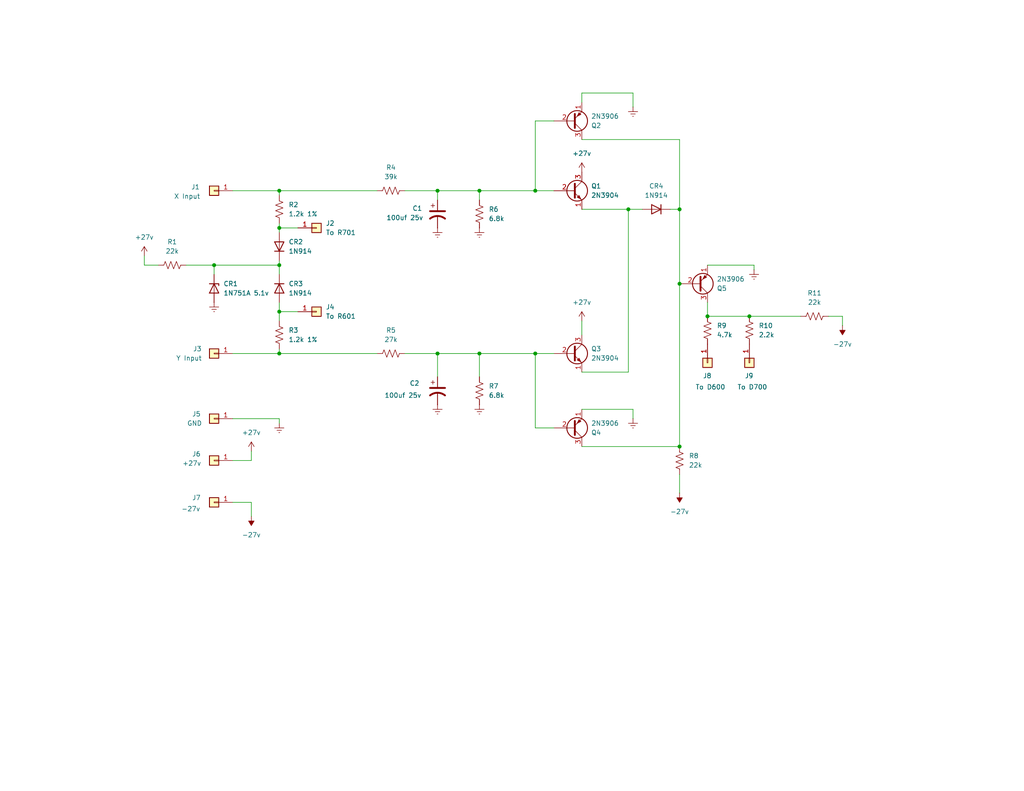
<source format=kicad_sch>
(kicad_sch (version 20231120) (generator "eeschema") (generator_version "8.0")
  (paper "USLetter")
  (title_block (title "k6100 Input Protection") (date "2025-02-28") (rev "1.0") (company "Marc Deslauriers"))
  (lib_symbols
    (symbol "Connector_Generic:Conn_01x01" (pin_names (offset 1.016) hide)
      (property "Reference" "J" (at 0 2.54 0))
      (property "Value" "Conn_01x01" (at 0 -2.54 0))
      (symbol "Conn_01x01_1_1"
        (rectangle (start -1.27 0.127) (end 0 -0.127) (stroke (width 0.1524)))
        (rectangle (start -1.27 1.27) (end 1.27 -1.27) (stroke (width 0.254)) (fill (type background)))
        (pin passive line (at -5.08 0 0) (length 3.81) (name "Pin_1") (number "1"))
      )
    )
    (symbol "Device:C_Polarized_US" (pin_numbers hide) (pin_names (offset 0.254) hide)
      (property "Reference" "C" (at 0.635 2.54 0))
      (property "Value" "C_Polarized_US" (at 0.635 -2.54 0))
      (symbol "C_Polarized_US_0_1"
        (polyline (pts (xy -2.032 0.762) (xy 2.032 0.762)) (stroke (width 0.508)))
        (polyline (pts (xy -1.778 2.286) (xy -0.762 2.286)))
        (polyline (pts (xy -1.27 1.778) (xy -1.27 2.794)))
        (arc (start 2.032 -1.27) (mid 0 -0.5572) (end -2.032 -1.27) (stroke (width 0.508)))
      )
      (symbol "C_Polarized_US_1_1"
        (pin passive line (at 0 3.81 270) (length 2.794) (name "~") (number "1"))
        (pin passive line (at 0 -3.81 90) (length 3.302) (name "~") (number "2"))
      )
    )
    (symbol "Device:D_Zener" (pin_numbers hide) (pin_names (offset 1.016) hide)
      (property "Reference" "D" (at 0 2.54 0))
      (property "Value" "D_Zener" (at 0 -2.54 0))
      (symbol "D_Zener_0_1"
        (polyline (pts (xy 1.27 0) (xy -1.27 0)))
        (polyline (pts (xy -1.27 -1.27) (xy -1.27 1.27) (xy -0.762 1.27)) (stroke (width 0.254)))
        (polyline (pts (xy 1.27 -1.27) (xy 1.27 1.27) (xy -1.27 0) (xy 1.27 -1.27)) (stroke (width 0.254)))
      )
      (symbol "D_Zener_1_1"
        (pin passive line (at -3.81 0 0) (length 2.54) (name "K") (number "1"))
        (pin passive line (at 3.81 0 180) (length 2.54) (name "A") (number "2"))
      )
    )
    (symbol "Device:R_US" (pin_numbers hide) (pin_names (offset 0))
      (property "Reference" "R" (at 2.54 0 90))
      (property "Value" "R_US" (at -2.54 0 90))
      (symbol "R_US_0_1"
        (polyline (pts (xy 0 -2.286) (xy 0 -2.54)))
        (polyline (pts (xy 0 2.286) (xy 0 2.54)))
        (polyline (pts (xy 0 -0.762) (xy 1.016 -1.143) (xy 0 -1.524) (xy -1.016 -1.905) (xy 0 -2.286)))
        (polyline (pts (xy 0 0.762) (xy 1.016 0.381) (xy 0 0) (xy -1.016 -0.381) (xy 0 -0.762)))
        (polyline (pts (xy 0 2.286) (xy 1.016 1.905) (xy 0 1.524) (xy -1.016 1.143) (xy 0 0.762)))
      )
      (symbol "R_US_1_1"
        (pin passive line (at 0 3.81 270) (length 1.27) (name "~") (number "1"))
        (pin passive line (at 0 -3.81 90) (length 1.27) (name "~") (number "2"))
      )
    )
    (symbol "Diode:1N914" (pin_numbers hide) (pin_names hide)
      (property "Reference" "D" (at 0 2.54 0))
      (property "Value" "1N914" (at 0 -2.54 0))
      (symbol "1N914_0_1"
        (polyline (pts (xy -1.27 1.27) (xy -1.27 -1.27)) (stroke (width 0.254)))
        (polyline (pts (xy 1.27 0) (xy -1.27 0)))
        (polyline (pts (xy 1.27 1.27) (xy 1.27 -1.27) (xy -1.27 0) (xy 1.27 1.27)) (stroke (width 0.254)))
      )
      (symbol "1N914_1_1"
        (pin passive line (at -3.81 0 0) (length 2.54) (name "K") (number "1"))
        (pin passive line (at 3.81 0 180) (length 2.54) (name "A") (number "2"))
      )
    )
    (symbol "Transistor_BJT:2N3904" (pin_names (offset 0) hide)
      (property "Reference" "Q" (at 5.08 1.905 0))
      (property "Value" "2N3904" (at 5.08 0 0))
      (symbol "2N3904_0_1"
        (polyline (pts (xy 0.635 0.635) (xy 2.54 2.54)))
        (polyline (pts (xy 0.635 -0.635) (xy 2.54 -2.54) (xy 2.54 -2.54)))
        (polyline (pts (xy 0.635 1.905) (xy 0.635 -1.905) (xy 0.635 -1.905)) (stroke (width 0.508)))
        (polyline (pts (xy 1.27 -1.778) (xy 1.778 -1.27) (xy 2.286 -2.286) (xy 1.27 -1.778) (xy 1.27 -1.778)) (fill (type outline)))
        (circle (center 1.27 0) (radius 2.8194) (stroke (width 0.254)))
      )
      (symbol "2N3904_1_1"
        (pin passive line (at 2.54 -5.08 90) (length 2.54) (name "E") (number "1"))
        (pin passive line (at -5.08 0 0) (length 5.715) (name "B") (number "2"))
        (pin passive line (at 2.54 5.08 270) (length 2.54) (name "C") (number "3"))
      )
    )
    (symbol "Transistor_BJT:2N3906" (pin_names (offset 0) hide)
      (property "Reference" "Q" (at 5.08 1.905 0))
      (property "Value" "2N3906" (at 5.08 0 0))
      (symbol "2N3906_0_1"
        (polyline (pts (xy 0.635 0.635) (xy 2.54 2.54)))
        (polyline (pts (xy 0.635 -0.635) (xy 2.54 -2.54) (xy 2.54 -2.54)))
        (polyline (pts (xy 0.635 1.905) (xy 0.635 -1.905) (xy 0.635 -1.905)) (stroke (width 0.508)))
        (polyline (pts (xy 2.286 -1.778) (xy 1.778 -2.286) (xy 1.27 -1.27) (xy 2.286 -1.778) (xy 2.286 -1.778)) (fill (type outline)))
        (circle (center 1.27 0) (radius 2.8194) (stroke (width 0.254)))
      )
      (symbol "2N3906_1_1"
        (pin passive line (at 2.54 -5.08 90) (length 2.54) (name "E") (number "1"))
        (pin input line (at -5.08 0 0) (length 5.715) (name "B") (number "2"))
        (pin passive line (at 2.54 5.08 270) (length 2.54) (name "C") (number "3"))
      )
    )
    (symbol "power:+VSW" (power) (pin_numbers hide) (pin_names (offset 0) hide)
      (property "Value" "+VSW" (at 0 3.556 0))
      (symbol "+VSW_0_1"
        (polyline (pts (xy -0.762 1.27) (xy 0 2.54)))
        (polyline (pts (xy 0 0) (xy 0 2.54)))
        (polyline (pts (xy 0 2.54) (xy 0.762 1.27)))
      )
      (symbol "+VSW_1_1"
        (pin power_in line (at 0 0 90) (length 0) (name "~") (number "1"))
      )
    )
    (symbol "power:-VSW" (power) (pin_numbers hide) (pin_names (offset 0) hide)
      (property "Value" "-VSW" (at 0 3.556 0))
      (symbol "-VSW_0_0"
        (pin power_in line (at 0 0 90) (length 0) (name "~") (number "1"))
      )
      (symbol "-VSW_0_1"
        (polyline (pts (xy 0 0) (xy 0 1.27) (xy 0.762 1.27) (xy 0 2.54) (xy -0.762 1.27) (xy 0 1.27)) (fill (type outline)))
      )
    )
    (symbol "power:Earth" (power) (pin_numbers hide) (pin_names (offset 0) hide)
      (property "Value" "Earth" (at 0 -3.81 0))
      (symbol "Earth_0_1"
        (polyline (pts (xy -0.635 -1.905) (xy 0.635 -1.905)))
        (polyline (pts (xy -0.127 -2.54) (xy 0.127 -2.54)))
        (polyline (pts (xy 0 -1.27) (xy 0 0)))
        (polyline (pts (xy 1.27 -1.27) (xy -1.27 -1.27)))
      )
      (symbol "Earth_1_1"
        (pin power_in line (at 0 0 270) (length 0) (name "~") (number "1"))
      )
    )
  )
  (junction (at 76.2 96.52))
  (junction (at 58.42 72.39))
  (junction (at 119.38 52.07))
  (junction (at 146.05 52.07))
  (junction (at 146.05 96.52))
  (junction (at 171.45 57.15))
  (junction (at 119.38 96.52))
  (junction (at 185.42 77.47))
  (junction (at 185.42 121.92))
  (junction (at 76.2 72.39))
  (junction (at 76.2 85.09))
  (junction (at 76.2 62.23))
  (junction (at 193.04 86.36))
  (junction (at 185.42 57.15))
  (junction (at 204.47 86.36))
  (junction (at 130.81 96.52))
  (junction (at 76.2 52.07))
  (junction (at 130.81 52.07))
  (wire (pts (xy 58.42 72.39) (xy 58.42 74.93)))
  (wire (pts (xy 182.88 57.15) (xy 185.42 57.15)))
  (wire (pts (xy 158.75 25.4) (xy 172.72 25.4)))
  (wire (pts (xy 158.75 121.92) (xy 185.42 121.92)))
  (wire (pts (xy 146.05 96.52) (xy 151.13 96.52)))
  (wire (pts (xy 146.05 116.84) (xy 146.05 96.52)))
  (wire (pts (xy 63.5 52.07) (xy 76.2 52.07)))
  (wire (pts (xy 76.2 95.25) (xy 76.2 96.52)))
  (wire (pts (xy 68.58 137.16) (xy 68.58 140.97)))
  (wire (pts (xy 63.5 114.3) (xy 76.2 114.3)))
  (wire (pts (xy 171.45 57.15) (xy 175.26 57.15)))
  (wire (pts (xy 76.2 82.55) (xy 76.2 85.09)))
  (wire (pts (xy 110.49 96.52) (xy 119.38 96.52)))
  (wire (pts (xy 76.2 52.07) (xy 76.2 53.34)))
  (wire (pts (xy 146.05 33.02) (xy 146.05 52.07)))
  (wire (pts (xy 185.42 57.15) (xy 185.42 77.47)))
  (wire (pts (xy 39.37 72.39) (xy 43.18 72.39)))
  (wire (pts (xy 119.38 52.07) (xy 119.38 54.61)))
  (wire (pts (xy 172.72 111.76) (xy 172.72 114.3)))
  (wire (pts (xy 204.47 86.36) (xy 218.44 86.36)))
  (wire (pts (xy 76.2 72.39) (xy 76.2 74.93)))
  (wire (pts (xy 63.5 96.52) (xy 76.2 96.52)))
  (wire (pts (xy 76.2 85.09) (xy 81.28 85.09)))
  (wire (pts (xy 63.5 137.16) (xy 68.58 137.16)))
  (wire (pts (xy 171.45 57.15) (xy 171.45 101.6)))
  (wire (pts (xy 76.2 62.23) (xy 76.2 63.5)))
  (wire (pts (xy 158.75 111.76) (xy 172.72 111.76)))
  (wire (pts (xy 158.75 87.63) (xy 158.75 91.44)))
  (wire (pts (xy 193.04 72.39) (xy 205.74 72.39)))
  (wire (pts (xy 119.38 96.52) (xy 130.81 96.52)))
  (wire (pts (xy 39.37 69.85) (xy 39.37 72.39)))
  (wire (pts (xy 110.49 52.07) (xy 119.38 52.07)))
  (wire (pts (xy 151.13 116.84) (xy 146.05 116.84)))
  (wire (pts (xy 205.74 72.39) (xy 205.74 73.66)))
  (wire (pts (xy 130.81 52.07) (xy 130.81 54.61)))
  (wire (pts (xy 158.75 25.4) (xy 158.75 27.94)))
  (wire (pts (xy 63.5 125.73) (xy 68.58 125.73)))
  (wire (pts (xy 172.72 25.4) (xy 172.72 29.21)))
  (wire (pts (xy 130.81 96.52) (xy 130.81 102.87)))
  (wire (pts (xy 68.58 125.73) (xy 68.58 123.19)))
  (wire (pts (xy 76.2 85.09) (xy 76.2 87.63)))
  (wire (pts (xy 76.2 60.96) (xy 76.2 62.23)))
  (wire (pts (xy 193.04 86.36) (xy 204.47 86.36)))
  (wire (pts (xy 119.38 52.07) (xy 130.81 52.07)))
  (wire (pts (xy 185.42 129.54) (xy 185.42 134.62)))
  (wire (pts (xy 50.8 72.39) (xy 58.42 72.39)))
  (wire (pts (xy 171.45 101.6) (xy 158.75 101.6)))
  (wire (pts (xy 130.81 52.07) (xy 146.05 52.07)))
  (wire (pts (xy 158.75 38.1) (xy 185.42 38.1)))
  (wire (pts (xy 151.13 33.02) (xy 146.05 33.02)))
  (wire (pts (xy 76.2 114.3) (xy 76.2 115.57)))
  (wire (pts (xy 130.81 96.52) (xy 146.05 96.52)))
  (wire (pts (xy 193.04 82.55) (xy 193.04 86.36)))
  (wire (pts (xy 76.2 52.07) (xy 102.87 52.07)))
  (wire (pts (xy 185.42 77.47) (xy 185.42 121.92)))
  (wire (pts (xy 226.06 86.36) (xy 229.87 86.36)))
  (wire (pts (xy 76.2 96.52) (xy 102.87 96.52)))
  (wire (pts (xy 146.05 52.07) (xy 151.13 52.07)))
  (wire (pts (xy 76.2 71.12) (xy 76.2 72.39)))
  (wire (pts (xy 158.75 57.15) (xy 171.45 57.15)))
  (wire (pts (xy 76.2 62.23) (xy 81.28 62.23)))
  (wire (pts (xy 229.87 86.36) (xy 229.87 88.9)))
  (wire (pts (xy 119.38 96.52) (xy 119.38 102.87)))
  (wire (pts (xy 58.42 72.39) (xy 76.2 72.39)))
  (wire (pts (xy 185.42 38.1) (xy 185.42 57.15)))
  (symbol (lib_id "power:Earth") (at 172.72 29.21 0) (unit 1)
    (property "Reference" "#PWR06" (effects (hide yes)))
    (property "Value" "Earth" (effects (hide yes)))
    (property "Description" "Power symbol creates a global label with name \"Earth\"" (effects (hide yes)))
  )
  (symbol (lib_id "power:Earth") (at 119.38 110.49 0) (unit 1)
    (property "Reference" "#PWR03" (effects (hide yes)))
    (property "Value" "Earth" (effects (hide yes)))
    (property "Description" "Power symbol creates a global label with name \"Earth\"" (effects (hide yes)))
  )
  (symbol (lib_id "power:-VSW") (at 229.87 88.9 180) (unit 1)
    (property "Reference" "#PWR015" (effects (hide yes)))
    (property "Value" "-27v" (at 229.87 93.98 0))
    (property "Description" "Power symbol creates a global label with name \"-VSW\"" (effects (hide yes)))
  )
  (symbol (lib_id "Connector_Generic:Conn_01x01") (at 58.42 52.07 180) (unit 1)
    (property "Reference" "J1" (at 53.34 51.054 0))
    (property "Value" "X Input" (at 51.054 53.594 0))
    (property "Footprint" "TestPoint:TestPoint_Bridge_Pitch2.54mm_Drill1.3mm" (effects (hide yes)))
    (property "Description" "Generic connector, single row, 01x01, script generated (kicad-library-utils/schlib/autogen/connector/)" (effects (hide yes)))
  )
  (symbol (lib_id "Connector_Generic:Conn_01x01") (at 193.04 99.06 270) (unit 1)
    (property "Reference" "J8" (at 191.77 102.616 90) (effects (justify left)))
    (property "Value" "To D600" (at 189.738 105.664 90) (effects (justify left)))
    (property "Footprint" "TestPoint:TestPoint_Bridge_Pitch2.54mm_Drill1.3mm" (effects (hide yes)))
    (property "Description" "Generic connector, single row, 01x01, script generated (kicad-library-utils/schlib/autogen/connector/)" (effects (hide yes)))
  )
  (symbol (lib_id "power:+VSW") (at 158.75 46.99 0) (unit 1)
    (property "Reference" "#PWR014" (effects (hide yes)))
    (property "Value" "+27v" (at 158.75 41.91 0))
    (property "Description" "Power symbol creates a global label with name \"+VSW\"" (effects (hide yes)))
  )
  (symbol (lib_id "Connector_Generic:Conn_01x01") (at 204.47 99.06 270) (unit 1)
    (property "Reference" "J9" (at 203.2 102.616 90) (effects (justify left)))
    (property "Value" "To D700" (at 201.168 105.664 90) (effects (justify left)))
    (property "Footprint" "TestPoint:TestPoint_Bridge_Pitch2.54mm_Drill1.3mm" (effects (hide yes)))
    (property "Description" "Generic connector, single row, 01x01, script generated (kicad-library-utils/schlib/autogen/connector/)" (effects (hide yes)))
  )
  (symbol (lib_id "power:+VSW") (at 39.37 69.85 0) (unit 1)
    (property "Reference" "#PWR012" (effects (hide yes)))
    (property "Value" "+27v" (at 39.37 64.77 0))
    (property "Description" "Power symbol creates a global label with name \"+VSW\"" (effects (hide yes)))
  )
  (symbol (lib_id "power:+VSW") (at 158.75 87.63 0) (unit 1)
    (property "Reference" "#PWR013" (effects (hide yes)))
    (property "Value" "+27v" (at 158.75 82.55 0))
    (property "Description" "Power symbol creates a global label with name \"+VSW\"" (effects (hide yes)))
  )
  (symbol (lib_id "Diode:1N914") (at 179.07 57.15 0) (mirror y) (unit 1)
    (property "Reference" "CR4" (at 179.07 50.8 0))
    (property "Value" "1N914" (at 179.07 53.34 0))
    (property "Footprint" "Diode_THT:D_DO-35_SOD27_P12.70mm_Horizontal" (effects (hide yes)))
    (property "Datasheet" "http://www.vishay.com/docs/85622/1n914.pdf" (effects (hide yes)))
    (property "Description" "100V 0.3A Small Signal Fast Switching Diode, DO-35" (effects (hide yes)))
    (property "Sim.Device" "D" (effects (hide yes)))
    (property "Sim.Pins" "1=K 2=A" (effects (hide yes)))
  )
  (symbol (lib_id "power:Earth") (at 130.81 62.23 0) (unit 1)
    (property "Reference" "#PWR01" (effects (hide yes)))
    (property "Value" "Earth" (effects (hide yes)))
    (property "Description" "Power symbol creates a global label with name \"Earth\"" (effects (hide yes)))
  )
  (symbol (lib_id "Device:R_US") (at 222.25 86.36 90) (unit 1)
    (property "Reference" "R11" (at 222.25 80.01 90))
    (property "Value" "22k" (at 222.25 82.55 90))
    (property "Footprint" "Resistor_THT:R_Axial_DIN0309_L9.0mm_D3.2mm_P12.70mm_Horizontal" (effects (hide yes)))
    (property "Description" "Resistor, US symbol" (effects (hide yes)))
  )
  (symbol (lib_id "Device:R_US") (at 76.2 91.44 0) (unit 1)
    (property "Reference" "R3" (at 78.74 90.1699 0) (effects (justify left)))
    (property "Value" "1.2k 1%" (at 78.74 92.7099 0) (effects (justify left)))
    (property "Footprint" "Resistor_THT:R_Axial_DIN0309_L9.0mm_D3.2mm_P12.70mm_Horizontal" (effects (hide yes)))
    (property "Description" "Resistor, US symbol" (effects (hide yes)))
  )
  (symbol (lib_id "power:Earth") (at 58.42 82.55 0) (unit 1)
    (property "Reference" "#PWR08" (effects (hide yes)))
    (property "Value" "Earth" (effects (hide yes)))
    (property "Description" "Power symbol creates a global label with name \"Earth\"" (effects (hide yes)))
  )
  (symbol (lib_id "Device:R_US") (at 76.2 57.15 0) (unit 1)
    (property "Reference" "R2" (at 78.74 55.8799 0) (effects (justify left)))
    (property "Value" "1.2k 1%" (at 78.74 58.4199 0) (effects (justify left)))
    (property "Footprint" "Resistor_THT:R_Axial_DIN0309_L9.0mm_D3.2mm_P12.70mm_Horizontal" (effects (hide yes)))
    (property "Description" "Resistor, US symbol" (effects (hide yes)))
  )
  (symbol (lib_id "Transistor_BJT:2N3906") (at 156.21 116.84 0) (mirror x) (unit 1)
    (property "Reference" "Q4" (at 161.29 118.1101 0) (effects (justify left)))
    (property "Value" "2N3906" (at 161.29 115.5701 0) (effects (justify left)))
    (property "Footprint" "k6100:TO-92_Wide_inv" (effects (hide yes)))
    (property "Datasheet" "https://www.onsemi.com/pub/Collateral/2N3906-D.PDF" (effects (hide yes)))
    (property "Description" "-0.2A Ic, -40V Vce, Small Signal PNP Transistor, TO-92" (effects (hide yes)))
  )
  (symbol (lib_id "Transistor_BJT:2N3904") (at 156.21 52.07 0) (unit 1)
    (property "Reference" "Q1" (at 161.29 50.7999 0) (effects (justify left)))
    (property "Value" "2N3904" (at 161.29 53.3399 0) (effects (justify left)))
    (property "Footprint" "k6100:TO-92_Wide_inv" (effects (hide yes)))
    (property "Datasheet" "https://www.onsemi.com/pub/Collateral/2N3903-D.PDF" (effects (hide yes)))
    (property "Description" "0.2A Ic, 40V Vce, Small Signal NPN Transistor, TO-92" (effects (hide yes)))
  )
  (symbol (lib_id "Diode:1N914") (at 76.2 67.31 90) (unit 1)
    (property "Reference" "CR2" (at 78.74 66.0399 90) (effects (justify right)))
    (property "Value" "1N914" (at 78.74 68.5799 90) (effects (justify right)))
    (property "Footprint" "Diode_THT:D_DO-35_SOD27_P12.70mm_Horizontal" (effects (hide yes)))
    (property "Datasheet" "http://www.vishay.com/docs/85622/1n914.pdf" (effects (hide yes)))
    (property "Description" "100V 0.3A Small Signal Fast Switching Diode, DO-35" (effects (hide yes)))
    (property "Sim.Device" "D" (effects (hide yes)))
    (property "Sim.Pins" "1=K 2=A" (effects (hide yes)))
  )
  (symbol (lib_id "Connector_Generic:Conn_01x01") (at 86.36 85.09 0) (unit 1)
    (property "Reference" "J4" (at 88.9 83.8199 0) (effects (justify left)))
    (property "Value" "To R601" (at 88.9 86.3599 0) (effects (justify left)))
    (property "Footprint" "TestPoint:TestPoint_Bridge_Pitch2.54mm_Drill1.3mm" (effects (hide yes)))
    (property "Description" "Generic connector, single row, 01x01, script generated (kicad-library-utils/schlib/autogen/connector/)" (effects (hide yes)))
  )
  (symbol (lib_id "Device:R_US") (at 193.04 90.17 0) (unit 1)
    (property "Reference" "R9" (at 195.58 88.8999 0) (effects (justify left)))
    (property "Value" "4.7k" (at 195.58 91.4399 0) (effects (justify left)))
    (property "Footprint" "Resistor_THT:R_Axial_DIN0207_L6.3mm_D2.5mm_P15.24mm_Horizontal" (effects (hide yes)))
    (property "Description" "Resistor, US symbol" (effects (hide yes)))
  )
  (symbol (lib_id "power:Earth") (at 130.81 110.49 0) (unit 1)
    (property "Reference" "#PWR04" (effects (hide yes)))
    (property "Value" "Earth" (effects (hide yes)))
    (property "Description" "Power symbol creates a global label with name \"Earth\"" (effects (hide yes)))
  )
  (symbol (lib_id "Connector_Generic:Conn_01x01") (at 86.36 62.23 0) (unit 1)
    (property "Reference" "J2" (at 88.9 60.9599 0) (effects (justify left)))
    (property "Value" "To R701" (at 88.9 63.4999 0) (effects (justify left)))
    (property "Footprint" "TestPoint:TestPoint_Bridge_Pitch2.54mm_Drill1.3mm" (effects (hide yes)))
    (property "Description" "Generic connector, single row, 01x01, script generated (kicad-library-utils/schlib/autogen/connector/)" (effects (hide yes)))
  )
  (symbol (lib_id "power:+VSW") (at 68.58 123.19 0) (unit 1)
    (property "Reference" "#PWR010" (effects (hide yes)))
    (property "Value" "+27v" (at 68.58 118.11 0))
    (property "Description" "Power symbol creates a global label with name \"+VSW\"" (effects (hide yes)))
  )
  (symbol (lib_id "Connector_Generic:Conn_01x01") (at 58.42 137.16 180) (unit 1)
    (property "Reference" "J7" (at 53.594 135.89 0))
    (property "Value" "-27v" (at 52.07 138.938 0))
    (property "Footprint" "TestPoint:TestPoint_Bridge_Pitch2.54mm_Drill1.3mm" (effects (hide yes)))
    (property "Description" "Generic connector, single row, 01x01, script generated (kicad-library-utils/schlib/autogen/connector/)" (effects (hide yes)))
  )
  (symbol (lib_id "Connector_Generic:Conn_01x01") (at 58.42 125.73 180) (unit 1)
    (property "Reference" "J6" (at 53.594 123.952 0))
    (property "Value" "+27v" (at 52.324 126.492 0))
    (property "Footprint" "TestPoint:TestPoint_Bridge_Pitch2.54mm_Drill1.3mm" (effects (hide yes)))
    (property "Description" "Generic connector, single row, 01x01, script generated (kicad-library-utils/schlib/autogen/connector/)" (effects (hide yes)))
  )
  (symbol (lib_id "power:Earth") (at 119.38 62.23 0) (unit 1)
    (property "Reference" "#PWR02" (effects (hide yes)))
    (property "Value" "Earth" (effects (hide yes)))
    (property "Description" "Power symbol creates a global label with name \"Earth\"" (effects (hide yes)))
  )
  (symbol (lib_id "Device:R_US") (at 46.99 72.39 90) (unit 1)
    (property "Reference" "R1" (at 46.99 66.04 90))
    (property "Value" "22k" (at 46.99 68.58 90))
    (property "Footprint" "Resistor_THT:R_Axial_DIN0309_L9.0mm_D3.2mm_P12.70mm_Horizontal" (effects (hide yes)))
    (property "Description" "Resistor, US symbol" (effects (hide yes)))
  )
  (symbol (lib_id "Device:C_Polarized_US") (at 119.38 58.42 0) (unit 1)
    (property "Reference" "C1" (at 112.522 56.896 0) (effects (justify left)))
    (property "Value" "100uf 25v" (at 105.41 59.436 0) (effects (justify left)))
    (property "Footprint" "Capacitor_THT:CP_Axial_L18.0mm_D6.5mm_P25.00mm_Horizontal" (effects (hide yes)))
    (property "Description" "Polarized capacitor, US symbol" (effects (hide yes)))
  )
  (symbol (lib_id "Diode:1N914") (at 76.2 78.74 270) (unit 1)
    (property "Reference" "CR3" (at 78.74 77.4699 90) (effects (justify left)))
    (property "Value" "1N914" (at 78.74 80.0099 90) (effects (justify left)))
    (property "Footprint" "Diode_THT:D_DO-35_SOD27_P12.70mm_Horizontal" (effects (hide yes)))
    (property "Datasheet" "http://www.vishay.com/docs/85622/1n914.pdf" (effects (hide yes)))
    (property "Description" "100V 0.3A Small Signal Fast Switching Diode, DO-35" (effects (hide yes)))
    (property "Sim.Device" "D" (effects (hide yes)))
    (property "Sim.Pins" "1=K 2=A" (effects (hide yes)))
  )
  (symbol (lib_id "Device:R_US") (at 130.81 106.68 0) (unit 1)
    (property "Reference" "R7" (at 133.35 105.4099 0) (effects (justify left)))
    (property "Value" "6.8k" (at 133.35 107.9499 0) (effects (justify left)))
    (property "Footprint" "Resistor_THT:R_Axial_DIN0309_L9.0mm_D3.2mm_P12.70mm_Horizontal" (effects (hide yes)))
    (property "Description" "Resistor, US symbol" (effects (hide yes)))
  )
  (symbol (lib_id "Device:R_US") (at 106.68 52.07 90) (unit 1)
    (property "Reference" "R4" (at 106.68 45.72 90))
    (property "Value" "39k" (at 106.68 48.26 90))
    (property "Footprint" "Resistor_THT:R_Axial_DIN0309_L9.0mm_D3.2mm_P12.70mm_Horizontal" (effects (hide yes)))
    (property "Description" "Resistor, US symbol" (effects (hide yes)))
  )
  (symbol (lib_id "power:-VSW") (at 185.42 134.62 180) (unit 1)
    (property "Reference" "#PWR016" (effects (hide yes)))
    (property "Value" "-27v" (at 185.42 139.7 0))
    (property "Description" "Power symbol creates a global label with name \"-VSW\"" (effects (hide yes)))
  )
  (symbol (lib_id "Connector_Generic:Conn_01x01") (at 58.42 96.52 180) (unit 1)
    (property "Reference" "J3" (at 53.848 95.25 0))
    (property "Value" "Y Input" (at 51.562 97.79 0))
    (property "Footprint" "TestPoint:TestPoint_Bridge_Pitch2.54mm_Drill1.3mm" (effects (hide yes)))
    (property "Description" "Generic connector, single row, 01x01, script generated (kicad-library-utils/schlib/autogen/connector/)" (effects (hide yes)))
  )
  (symbol (lib_id "Device:R_US") (at 204.47 90.17 0) (unit 1)
    (property "Reference" "R10" (at 207.01 88.8999 0) (effects (justify left)))
    (property "Value" "2.2k" (at 207.01 91.4399 0) (effects (justify left)))
    (property "Footprint" "Resistor_THT:R_Axial_DIN0207_L6.3mm_D2.5mm_P15.24mm_Horizontal" (effects (hide yes)))
    (property "Description" "Resistor, US symbol" (effects (hide yes)))
  )
  (symbol (lib_id "power:Earth") (at 205.74 73.66 0) (unit 1)
    (property "Reference" "#PWR05" (effects (hide yes)))
    (property "Value" "Earth" (effects (hide yes)))
    (property "Description" "Power symbol creates a global label with name \"Earth\"" (effects (hide yes)))
  )
  (symbol (lib_id "Device:D_Zener") (at 58.42 78.74 270) (unit 1)
    (property "Reference" "CR1" (at 60.96 77.4699 90) (effects (justify left)))
    (property "Value" "1N751A 5.1v" (at 60.96 80.0099 90) (effects (justify left)))
    (property "Footprint" "Diode_THT:D_DO-35_SOD27_P12.70mm_Horizontal" (effects (hide yes)))
    (property "Description" "Zener diode" (effects (hide yes)))
  )
  (symbol (lib_id "Device:C_Polarized_US") (at 119.38 106.68 0) (unit 1)
    (property "Reference" "C2" (at 111.76 104.648 0) (effects (justify left)))
    (property "Value" "100uf 25v" (at 104.902 107.95 0) (effects (justify left)))
    (property "Footprint" "Capacitor_THT:CP_Axial_L18.0mm_D6.5mm_P25.00mm_Horizontal" (effects (hide yes)))
    (property "Description" "Polarized capacitor, US symbol" (effects (hide yes)))
  )
  (symbol (lib_id "Transistor_BJT:2N3906") (at 190.5 77.47 0) (mirror x) (unit 1)
    (property "Reference" "Q5" (at 195.58 78.7401 0) (effects (justify left)))
    (property "Value" "2N3906" (at 195.58 76.2001 0) (effects (justify left)))
    (property "Footprint" "k6100:TO-92_Wide_inv" (effects (hide yes)))
    (property "Datasheet" "https://www.onsemi.com/pub/Collateral/2N3906-D.PDF" (effects (hide yes)))
    (property "Description" "-0.2A Ic, -40V Vce, Small Signal PNP Transistor, TO-92" (effects (hide yes)))
  )
  (symbol (lib_id "Device:R_US") (at 185.42 125.73 0) (unit 1)
    (property "Reference" "R8" (at 187.96 124.4599 0) (effects (justify left)))
    (property "Value" "22k" (at 187.96 126.9999 0) (effects (justify left)))
    (property "Footprint" "Resistor_THT:R_Axial_DIN0309_L9.0mm_D3.2mm_P12.70mm_Horizontal" (effects (hide yes)))
    (property "Description" "Resistor, US symbol" (effects (hide yes)))
  )
  (symbol (lib_id "Device:R_US") (at 106.68 96.52 90) (unit 1)
    (property "Reference" "R5" (at 106.68 90.17 90))
    (property "Value" "27k" (at 106.68 92.71 90))
    (property "Footprint" "Resistor_THT:R_Axial_DIN0309_L9.0mm_D3.2mm_P12.70mm_Horizontal" (effects (hide yes)))
    (property "Description" "Resistor, US symbol" (effects (hide yes)))
  )
  (symbol (lib_id "power:Earth") (at 76.2 115.57 0) (unit 1)
    (property "Reference" "#PWR09" (effects (hide yes)))
    (property "Value" "Earth" (effects (hide yes)))
    (property "Description" "Power symbol creates a global label with name \"Earth\"" (effects (hide yes)))
  )
  (symbol (lib_id "power:Earth") (at 172.72 114.3 0) (unit 1)
    (property "Reference" "#PWR07" (effects (hide yes)))
    (property "Value" "Earth" (effects (hide yes)))
    (property "Description" "Power symbol creates a global label with name \"Earth\"" (effects (hide yes)))
  )
  (symbol (lib_id "Transistor_BJT:2N3904") (at 156.21 96.52 0) (unit 1)
    (property "Reference" "Q3" (at 161.29 95.2499 0) (effects (justify left)))
    (property "Value" "2N3904" (at 161.29 97.7899 0) (effects (justify left)))
    (property "Footprint" "k6100:TO-92_Wide_inv" (effects (hide yes)))
    (property "Datasheet" "https://www.onsemi.com/pub/Collateral/2N3903-D.PDF" (effects (hide yes)))
    (property "Description" "0.2A Ic, 40V Vce, Small Signal NPN Transistor, TO-92" (effects (hide yes)))
  )
  (symbol (lib_id "Connector_Generic:Conn_01x01") (at 58.42 114.3 180) (unit 1)
    (property "Reference" "J5" (at 53.594 113.03 0))
    (property "Value" "GND" (at 53.086 115.57 0))
    (property "Footprint" "TestPoint:TestPoint_Bridge_Pitch2.54mm_Drill1.3mm" (effects (hide yes)))
    (property "Description" "Generic connector, single row, 01x01, script generated (kicad-library-utils/schlib/autogen/connector/)" (effects (hide yes)))
  )
  (symbol (lib_id "power:-VSW") (at 68.58 140.97 180) (unit 1)
    (property "Reference" "#PWR011" (effects (hide yes)))
    (property "Value" "-27v" (at 68.58 146.05 0))
    (property "Description" "Power symbol creates a global label with name \"-VSW\"" (effects (hide yes)))
  )
  (symbol (lib_id "Transistor_BJT:2N3906") (at 156.21 33.02 0) (mirror x) (unit 1)
    (property "Reference" "Q2" (at 161.29 34.2901 0) (effects (justify left)))
    (property "Value" "2N3906" (at 161.29 31.7501 0) (effects (justify left)))
    (property "Footprint" "k6100:TO-92_Wide_inv" (effects (hide yes)))
    (property "Datasheet" "https://www.onsemi.com/pub/Collateral/2N3906-D.PDF" (effects (hide yes)))
    (property "Description" "-0.2A Ic, -40V Vce, Small Signal PNP Transistor, TO-92" (effects (hide yes)))
  )
  (symbol (lib_id "Device:R_US") (at 130.81 58.42 0) (unit 1)
    (property "Reference" "R6" (at 133.35 57.1499 0) (effects (justify left)))
    (property "Value" "6.8k" (at 133.35 59.6899 0) (effects (justify left)))
    (property "Footprint" "Resistor_THT:R_Axial_DIN0309_L9.0mm_D3.2mm_P12.70mm_Horizontal" (effects (hide yes)))
    (property "Description" "Resistor, US symbol" (effects (hide yes)))
  )
)
</source>
